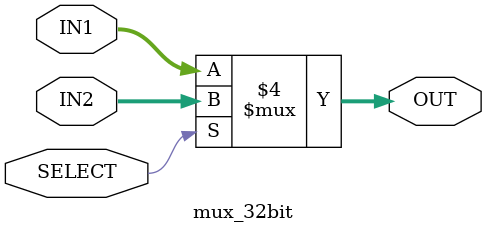
<source format=v>

`include "alu.v"    //import alu module
`include "reg_file.v"   //import register file module
`timescale 1ns/100ps

/*
 module cpu for decode the instructions, handle the register files and handle the alu
 */
module cpu(PC, INSTRUCTION, CLK, RESET,read,write_mem,RESULT,OUT1_reg,readdata,busywait,ins_read,ins_busywait);
    // Define inputs and outputs
    input [31:0] INSTRUCTION; 
    input CLK, RESET,busywait,ins_busywait;
    output [7:0] readdata,RESULT,OUT1_reg;
    output read,write_mem;
    output reg ins_read;
    output reg [31:0] PC;
 
    // Registers to store decoded instructions bytes
    wire [7:0] op_code,destination,source1,source2;

    // Assigning multiplexer for decide to 2s complement or not
    reg IS_COMP;
    wire [7:0] OUT_MUX1;
    wire [2:0] READREG2;
    wire [7:0] OUT2_reg;
    wire [7:0] negative_val;
    assign #1 negative_val = -OUT2_reg;
    mux_8bit mux_2s_com(OUT2_reg,negative_val,IS_COMP,OUT_MUX1);

    //Assign multiplexer to decide for register value or immediate value
    reg IS_IMMEDIATE;
    wire [7:0] OUT_MUX2;
    wire [7:0] Imm_val;
    assign Imm_val = source2;
    mux_8bit mux_immediate(OUT_MUX1,Imm_val,IS_IMMEDIATE,OUT_MUX2);

    // Registers for ALU and register file modules
    wire [2:0] READREG1, INADDRESS;
    wire [7:0] IN;
    reg WRITE;
    wire [7:0] OUT1_reg,RESULT;
    reg_file myreg(IN, OUT1_reg, OUT2_reg, INADDRESS, READREG1, READREG2, WRITE, CLK, RESET);
    
    // Arithmatic and logic unit
    wire ZERO;
    wire [7:0] DATA1;
    reg [2:0] ALUOP;
    alu myalu(OUT1_reg, OUT_MUX2, RESULT, ALUOP,ZERO);

    // Register for store increased pc value temporary
    wire [31:0] PC_Holder; //To keep next pc temporary
    reg BNE,BEQ,JUMP;   // Flag for bne , beq , jump respectively
    
    mux_32bit mux_pc(PC+32'd4,PC+32'd4+{{22{destination[7]}},destination,2'b00},((BEQ&ZERO)|(BNE&(!ZERO))|JUMP),PC_Holder);

    //Multiplexer for registe input
    wire [7:0] readdata;
    wire busywait;
    reg read,write_mem;
    reg IS_MEM;
    mux_8bit mux_in_reg(RESULT,readdata,IS_MEM,IN);

    reg writing_flag = 1'b0;
    // Always block for reset the PC value
    always @(RESET)
    begin
        if(RESET==1'b1 ) begin
            #1
            PC = -32'd4;
            BEQ=0;
            BNE=0;
            JUMP=0;
        end
    end
    
    // Increase the PC by 4 with CLK edge
    always @(posedge CLK)
    begin
        #1 //Unit one latency for PC update
        if(busywait==0 && ins_busywait==0)begin    
            PC = PC_Holder;
            ins_read = 1'b1;
        end
    end

    always @ (negedge ins_busywait)
    begin
        ins_read = 1'b0;
    end

    always @ (negedge busywait)
    begin
        read = 0;
        write_mem = 0;
    end

    // assign value always
    assign {op_code,destination,source1,source2} = INSTRUCTION;
    assign INADDRESS = destination[2:0];
    assign READREG1 = source1[2:0];
    assign READREG2 = source2[2:0];
    //// Instruction decoding
    always @(INSTRUCTION)
    begin
        #1  // Latency of one for instruction decoding
        case(op_code)
            // Case for add
            8'b00000010:begin
                WRITE = 1'b1;
                BEQ = 1'b0;
                BNE = 1'b0;
                JUMP = 1'b0;
                IS_COMP = 1'b0;
                IS_IMMEDIATE = 1'b0;
                ALUOP = 3'b001;
                write_mem = 1'b0;
                read = 1'b0;
                IS_MEM = 1'b0;
            end
            // Case for subtract
            8'b00000011:begin
                WRITE = 1'b1;
                BEQ = 1'b0;
                BNE = 1'b0;
                JUMP = 1'b0;
                IS_COMP = 1'b1;
                IS_IMMEDIATE = 1'b0;
                ALUOP = 3'b001;
                write_mem = 1'b0;
                read = 1'b0;
                IS_MEM = 1'b0;
            end
            // Case for bitwise AND
            8'b00000100:begin
                WRITE = 1'b1;
                BEQ = 1'b0;
                BNE = 1'b0;
                JUMP = 1'b0;
                IS_COMP = 1'b0;
                IS_IMMEDIATE = 1'b0;
                ALUOP = 3'b010;
                write_mem = 1'b0;
                read = 1'b0;
                IS_MEM = 1'b0;
            end
            //Case for bitwise OR
            8'b00000101:begin
                WRITE = 1'b1;
                BEQ = 1'b0;
                BNE = 1'b0;
                JUMP = 1'b0;
                IS_COMP = 1'b0;
                IS_IMMEDIATE = 1'b0;
                ALUOP = 3'b011;
                write_mem = 1'b0;
                read = 1'b0;
                IS_MEM = 1'b0;
            end
            // Case for load immediate value
            8'b00000000:begin
                WRITE = 1'b1;
                BEQ = 1'b0;
                BNE = 1'b0;
                JUMP = 1'b0;
                IS_COMP = 1'b0;
                IS_IMMEDIATE = 1'b1;
                ALUOP = 3'b000;
                write_mem = 1'b0;
                read = 1'b0;
                IS_MEM = 1'b0;
            end
            // Case for move register value
            8'b00000001:begin
                WRITE = 1'b1;
                BEQ = 1'b0;
                BNE = 1'b0;
                JUMP = 1'b0;
                IS_COMP = 1'b0;
                IS_IMMEDIATE = 1'b0;
                ALUOP = 3'b000;
                write_mem = 1'b0;
                read = 1'b0;
                IS_MEM = 1'b0;
            end
            // Case for branch equal
            8'b00000111:begin
                WRITE = 1'b0;
                BEQ = 1'b1;
                BNE = 1'b0;
                JUMP = 1'b0;
                IS_COMP = 1'b1;
                IS_IMMEDIATE = 1'b0;
                ALUOP = 3'b001;
                write_mem = 1'b0;
                read = 1'b0;
                IS_MEM = 1'b0;
            end
            // case for jump
            8'b00000110:begin
                WRITE = 1'b0;
                BEQ = 1'b0;
                BNE = 1'b0;
                JUMP = 1'b1;
                IS_COMP = 1'b1;
                IS_IMMEDIATE = 1'b0;
                ALUOP = 3'b001;
                write_mem = 1'b0;
                read = 1'b0;
                IS_MEM = 1'b0;
            end
            // Case for branch not equal
            8'b00001001:begin
                WRITE = 1'b0;
                BEQ = 1'b0;
                BNE = 1'b1;
                JUMP = 1'b0;
                IS_COMP = 1'b1;
                IS_IMMEDIATE = 1'b0;
                ALUOP = 3'b001;
                write_mem = 1'b0;
                read = 1'b0;
                IS_MEM = 1'b0;
            end
            // Case for left shift
            8'b00001011:begin
                WRITE = 1'b1;
                BEQ = 1'b0;
                BNE = 1'b0;
                JUMP = 1'b0;
                IS_COMP = 1'b0;
                IS_IMMEDIATE = 1'b1;
                ALUOP = 3'b100;
                write_mem = 1'b0;
                read = 1'b0;
                IS_MEM = 1'b0;
            end
            // Case for right shift
            8'b00001100:begin
                WRITE = 1'b1;
                BEQ = 1'b0;
                BNE = 1'b0;
                JUMP = 1'b0;
                IS_COMP = 1'b0;
                IS_IMMEDIATE = 1'b1;
                ALUOP = 3'b101;
                write_mem = 1'b0;
                read = 1'b0;
                IS_MEM = 1'b0;
            end
            // Case for arithmatic right shift
            8'b00001101:begin
                WRITE = 1'b1;
                BEQ = 1'b0;
                BNE = 1'b0;
                JUMP = 1'b0;
                IS_COMP = 1'b0;
                IS_IMMEDIATE = 1'b1;
                ALUOP = 3'b110;
                write_mem = 1'b0;
                read = 1'b0;
                IS_MEM = 1'b0;
            end
            //Case for rotate right shift
            8'b00001110:begin
                WRITE = 1'b1;
                BEQ = 1'b0;
                BNE = 1'b0;
                JUMP = 1'b0;
                IS_COMP = 1'b0;
                IS_IMMEDIATE = 1'b1;
                ALUOP = 3'b111;
                write_mem = 1'b0;
                read = 1'b0;
                IS_MEM = 1'b0;
            end
            //Case for lwd
            8'b00001111:begin
                BEQ = 1'b0;
                BNE = 1'b0;
                JUMP = 1'b0;
                IS_COMP = 1'b0;
                IS_IMMEDIATE = 1'b0;
                ALUOP = 3'b000;
                write_mem = 1'b0;
                read = 1'b1;
                IS_MEM = 1'b1;
                WRITE = 1'b1;
                writing_flag = 1'b1;
            end
            //Case for lwi
            8'b00010000:begin
                BEQ = 1'b0;
                BNE = 1'b0;
                JUMP = 1'b0;
                IS_COMP = 1'b0;
                IS_IMMEDIATE = 1'b1;
                ALUOP = 3'b000;
                write_mem = 1'b0;
                read = 1'b1;
                IS_MEM = 1'b1;
                WRITE = 1'b1;
                writing_flag = 1'b1;
            end
            //Case for swd
            8'b00010001:begin
            	WRITE = 1'b0;
                BEQ = 1'b0;
                BNE = 1'b0;
                JUMP = 1'b0;
                IS_COMP = 1'b0;
                IS_IMMEDIATE = 1'b0;
                ALUOP = 3'b000;
                write_mem = 1'b1;
                read = 1'b0;
                IS_MEM = 1'b1;
            end
            //Case for swi
            8'b00010010:begin
            	WRITE = 1'b0;
                BEQ = 1'b0;
                BNE = 1'b0;
                JUMP = 1'b0;
                IS_COMP = 1'b0;
                IS_IMMEDIATE = 1'b1;
                ALUOP = 3'b000;
                write_mem = 1'b1;
                read = 1'b0;
                IS_MEM = 1'b1;
            end
        endcase
    end
endmodule

//Multiplexer with 8 bits
module mux_8bit(IN1,IN2,SELECT,OUT);
    //Define inputs and outputs
    input [7:0] IN1,IN2;
    input SELECT;
    output reg [7:0] OUT; 

    always @ (IN1, IN2, SELECT)
    begin
        if (SELECT == 1'b0)
            OUT = IN1;
        else
            OUT = IN2;
    end
endmodule

//Multiplexer with 32 bits
module mux_32bit(IN1,IN2,SELECT,OUT);
    //Define inputs and outputs
    input [31:0] IN1,IN2;
    input SELECT;
    output reg [31:0] OUT; 

    always @ (IN1, IN2,SELECT)
    begin
        #1
        if (SELECT == 1'b0)
            OUT = IN1;
        else
            OUT = IN2;
    end
endmodule
</source>
